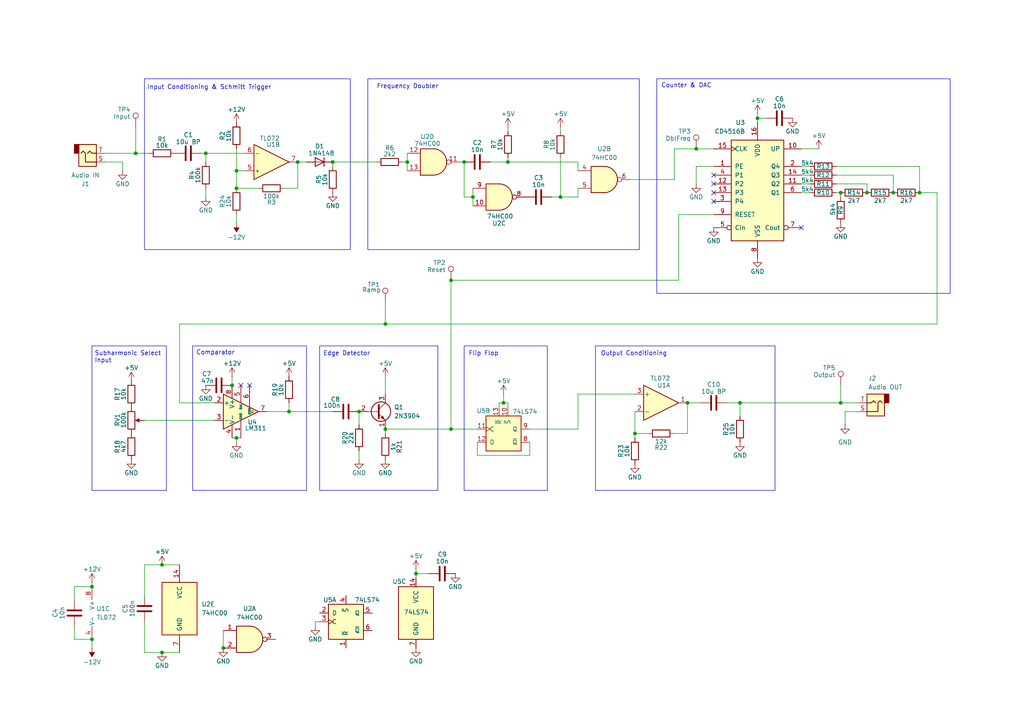
<source format=kicad_sch>
(kicad_sch (version 20250114) (generator "eeschema") (generator_version "9.0")
  (paper "A4")
  (title_block (title "Subharmolizer Schematic") (date "2025-09-20") (rev "1") (company "molen, inc."))
  (lib_symbols
    (symbol "74LS74_1" (pin_names (offset 1.016))
      (property "Reference" "U5" (at -6.604 6.35 0))
      (property "Value" "74LS74" (at 2.54 6.35 0))
      (symbol "74LS74_1_1_0"
        (pin input line (at -7.62 2.54 0) (length 2.54) (name "D") (number "2"))
        (pin input clock (at -7.62 0 0) (length 2.54) (name "C") (number "3"))
        (pin input line (at 0 7.62 270) (length 2.54) (name "~{S}") (number "4"))
        (pin input line (at 0 -7.62 90) (length 2.54) (name "~{R}") (number "1"))
        (pin output line (at 7.62 2.54 180) (length 2.54) (name "Q") (number "5"))
        (pin output line (at 7.62 -2.54 180) (length 2.54) (name "~{Q}") (number "6"))
      )
      (symbol "74LS74_1_1_1"
        (rectangle (start -5.08 5.08) (end 5.08 -5.08) (stroke (width 0.254)) (fill (type background)))
      )
      (symbol "74LS74_1_2_0"
        (pin input clock (at -7.62 1.27 0) (length 2.54) (name "C") (number "11"))
        (pin input line (at -7.62 -2.54 0) (length 2.54) (name "D") (number "12"))
        (pin input line (at -1.27 7.62 270) (length 2.54) (name "~{R}") (number "13"))
        (pin input line (at 1.27 7.62 270) (length 2.54) (name "~{S}") (number "10"))
        (pin output line (at 7.62 1.27 180) (length 2.54) (name "Q") (number "9"))
        (pin output line (at 7.62 -2.54 180) (length 2.54) (name "~{Q}") (number "8"))
      )
      (symbol "74LS74_1_2_1"
        (rectangle (start -5.08 5.08) (end 5.08 -5.08) (stroke (width 0.254)) (fill (type background)))
      )
      (symbol "74LS74_1_3_0"
        (pin power_in line (at 0 10.16 270) (length 2.54) (name "VCC") (number "14"))
        (pin power_in line (at 0 -10.16 90) (length 2.54) (name "GND") (number "7"))
      )
      (symbol "74LS74_1_3_1"
        (rectangle (start -5.08 7.62) (end 5.08 -7.62) (stroke (width 0.254)) (fill (type background)))
      )
    )
    (symbol "74LS74_2" (pin_names (offset 1.016))
      (property "Reference" "U5" (at -6.604 6.35 0))
      (property "Value" "74LS74" (at 2.54 6.35 0))
      (symbol "74LS74_2_1_0"
        (pin input line (at -7.62 2.54 0) (length 2.54) (name "D") (number "2"))
        (pin input clock (at -7.62 0 0) (length 2.54) (name "C") (number "3"))
        (pin input line (at 0 7.62 270) (length 2.54) (name "~{S}") (number "4"))
        (pin input line (at 0 -7.62 90) (length 2.54) (name "~{R}") (number "1"))
        (pin output line (at 7.62 2.54 180) (length 2.54) (name "Q") (number "5"))
        (pin output line (at 7.62 -2.54 180) (length 2.54) (name "~{Q}") (number "6"))
      )
      (symbol "74LS74_2_1_1"
        (rectangle (start -5.08 5.08) (end 5.08 -5.08) (stroke (width 0.254)) (fill (type background)))
      )
      (symbol "74LS74_2_2_0"
        (pin input clock (at -7.62 1.27 0) (length 2.54) (name "C") (number "11"))
        (pin input line (at -7.62 -2.54 0) (length 2.54) (name "D") (number "12"))
        (pin input line (at -1.27 7.62 270) (length 2.54) (name "~{R}") (number "13"))
        (pin input line (at 1.27 7.62 270) (length 2.54) (name "~{S}") (number "10"))
        (pin output line (at 7.62 1.27 180) (length 2.54) (name "Q") (number "9"))
        (pin output line (at 7.62 -2.54 180) (length 2.54) (name "~{Q}") (number "8"))
      )
      (symbol "74LS74_2_2_1"
        (rectangle (start -5.08 5.08) (end 5.08 -5.08) (stroke (width 0.254)) (fill (type background)))
      )
      (symbol "74LS74_2_3_0"
        (pin power_in line (at 0 10.16 270) (length 2.54) (name "VCC") (number "14"))
        (pin power_in line (at 0 -10.16 90) (length 2.54) (name "GND") (number "7"))
      )
      (symbol "74LS74_2_3_1"
        (rectangle (start -5.08 7.62) (end 5.08 -7.62) (stroke (width 0.254)) (fill (type background)))
      )
    )
    (symbol "74xx:74HC00" (pin_names (offset 1.016))
      (property "Reference" "U" (at 0 1.27 0))
      (property "Value" "74HC00" (at 0 -1.27 0))
      (symbol "74HC00_1_1"
        (arc (start 0 3.81) (mid 3.7934 0) (end 0 -3.81) (stroke (width 0.254)) (fill (type background)))
        (polyline (pts (xy 0 3.81) (xy -3.81 3.81) (xy -3.81 -3.81) (xy 0 -3.81)) (stroke (width 0.254)) (fill (type background)))
        (pin input line (at -7.62 2.54 0) (length 3.81) (name "~") (number "1"))
        (pin input line (at -7.62 -2.54 0) (length 3.81) (name "~") (number "2"))
        (pin output inverted (at 7.62 0 180) (length 3.81) (name "~") (number "3"))
      )
      (symbol "74HC00_1_2"
        (arc (start -3.81 3.81) (mid -2.589 0) (end -3.81 -3.81) (stroke (width 0.254)))
        (polyline (pts (xy -3.81 3.81) (xy -0.635 3.81)) (stroke (width 0.254)) (fill (type background)))
        (polyline (pts (xy -3.81 -3.81) (xy -0.635 -3.81)) (stroke (width 0.254)) (fill (type background)))
        (arc (start 3.81 0) (mid 2.1855 -2.584) (end -0.6096 -3.81) (stroke (width 0.254)) (fill (type background)))
        (arc (start -0.6096 3.81) (mid 2.1928 2.5924) (end 3.81 0) (stroke (width 0.254)) (fill (type background)))
        (polyline (pts (xy -0.635 3.81) (xy -3.81 3.81) (xy -3.81 3.81) (xy -3.556 3.4036) (xy -3.0226 2.2606) (xy -2.6924 1.0414) (xy -2.6162 -0.254) (xy -2.7686 -1.4986) (xy -3.175 -2.7178) (xy -3.81 -3.81) (xy -3.81 -3.81) (xy -0.635 -3.81)) (stroke (width -25.4)) (fill (type background)))
        (pin input inverted (at -7.62 2.54 0) (length 4.318) (name "~") (number "1"))
        (pin input inverted (at -7.62 -2.54 0) (length 4.318) (name "~") (number "2"))
        (pin output line (at 7.62 0 180) (length 3.81) (name "~") (number "3"))
      )
      (symbol "74HC00_2_1"
        (arc (start 0 3.81) (mid 3.7934 0) (end 0 -3.81) (stroke (width 0.254)) (fill (type background)))
        (polyline (pts (xy 0 3.81) (xy -3.81 3.81) (xy -3.81 -3.81) (xy 0 -3.81)) (stroke (width 0.254)) (fill (type background)))
        (pin input line (at -7.62 2.54 0) (length 3.81) (name "~") (number "4"))
        (pin input line (at -7.62 -2.54 0) (length 3.81) (name "~") (number "5"))
        (pin output inverted (at 7.62 0 180) (length 3.81) (name "~") (number "6"))
      )
      (symbol "74HC00_2_2"
        (arc (start -3.81 3.81) (mid -2.589 0) (end -3.81 -3.81) (stroke (width 0.254)))
        (polyline (pts (xy -3.81 3.81) (xy -0.635 3.81)) (stroke (width 0.254)) (fill (type background)))
        (polyline (pts (xy -3.81 -3.81) (xy -0.635 -3.81)) (stroke (width 0.254)) (fill (type background)))
        (arc (start 3.81 0) (mid 2.1855 -2.584) (end -0.6096 -3.81) (stroke (width 0.254)) (fill (type background)))
        (arc (start -0.6096 3.81) (mid 2.1928 2.5924) (end 3.81 0) (stroke (width 0.254)) (fill (type background)))
        (polyline (pts (xy -0.635 3.81) (xy -3.81 3.81) (xy -3.81 3.81) (xy -3.556 3.4036) (xy -3.0226 2.2606) (xy -2.6924 1.0414) (xy -2.6162 -0.254) (xy -2.7686 -1.4986) (xy -3.175 -2.7178) (xy -3.81 -3.81) (xy -3.81 -3.81) (xy -0.635 -3.81)) (stroke (width -25.4)) (fill (type background)))
        (pin input inverted (at -7.62 2.54 0) (length 4.318) (name "~") (number "4"))
        (pin input inverted (at -7.62 -2.54 0) (length 4.318) (name "~") (number "5"))
        (pin output line (at 7.62 0 180) (length 3.81) (name "~") (number "6"))
      )
      (symbol "74HC00_3_1"
        (arc (start 0 3.81) (mid 3.7934 0) (end 0 -3.81) (stroke (width 0.254)) (fill (type background)))
        (polyline (pts (xy 0 3.81) (xy -3.81 3.81) (xy -3.81 -3.81) (xy 0 -3.81)) (stroke (width 0.254)) (fill (type background)))
        (pin input line (at -7.62 2.54 0) (length 3.81) (name "~") (number "9"))
        (pin input line (at -7.62 -2.54 0) (length 3.81) (name "~") (number "10"))
        (pin output inverted (at 7.62 0 180) (length 3.81) (name "~") (number "8"))
      )
      (symbol "74HC00_3_2"
        (arc (start -3.81 3.81) (mid -2.589 0) (end -3.81 -3.81) (stroke (width 0.254)))
        (polyline (pts (xy -3.81 3.81) (xy -0.635 3.81)) (stroke (width 0.254)) (fill (type background)))
        (polyline (pts (xy -3.81 -3.81) (xy -0.635 -3.81)) (stroke (width 0.254)) (fill (type background)))
        (arc (start 3.81 0) (mid 2.1855 -2.584) (end -0.6096 -3.81) (stroke (width 0.254)) (fill (type background)))
        (arc (start -0.6096 3.81) (mid 2.1928 2.5924) (end 3.81 0) (stroke (width 0.254)) (fill (type background)))
        (polyline (pts (xy -0.635 3.81) (xy -3.81 3.81) (xy -3.81 3.81) (xy -3.556 3.4036) (xy -3.0226 2.2606) (xy -2.6924 1.0414) (xy -2.6162 -0.254) (xy -2.7686 -1.4986) (xy -3.175 -2.7178) (xy -3.81 -3.81) (xy -3.81 -3.81) (xy -0.635 -3.81)) (stroke (width -25.4)) (fill (type background)))
        (pin input inverted (at -7.62 2.54 0) (length 4.318) (name "~") (number "9"))
        (pin input inverted (at -7.62 -2.54 0) (length 4.318) (name "~") (number "10"))
        (pin output line (at 7.62 0 180) (length 3.81) (name "~") (number "8"))
      )
      (symbol "74HC00_4_1"
        (arc (start 0 3.81) (mid 3.7934 0) (end 0 -3.81) (stroke (width 0.254)) (fill (type background)))
        (polyline (pts (xy 0 3.81) (xy -3.81 3.81) (xy -3.81 -3.81) (xy 0 -3.81)) (stroke (width 0.254)) (fill (type background)))
        (pin input line (at -7.62 2.54 0) (length 3.81) (name "~") (number "12"))
        (pin input line (at -7.62 -2.54 0) (length 3.81) (name "~") (number "13"))
        (pin output inverted (at 7.62 0 180) (length 3.81) (name "~") (number "11"))
      )
      (symbol "74HC00_4_2"
        (arc (start -3.81 3.81) (mid -2.589 0) (end -3.81 -3.81) (stroke (width 0.254)))
        (polyline (pts (xy -3.81 3.81) (xy -0.635 3.81)) (stroke (width 0.254)) (fill (type background)))
        (polyline (pts (xy -3.81 -3.81) (xy -0.635 -3.81)) (stroke (width 0.254)) (fill (type background)))
        (arc (start 3.81 0) (mid 2.1855 -2.584) (end -0.6096 -3.81) (stroke (width 0.254)) (fill (type background)))
        (arc (start -0.6096 3.81) (mid 2.1928 2.5924) (end 3.81 0) (stroke (width 0.254)) (fill (type background)))
        (polyline (pts (xy -0.635 3.81) (xy -3.81 3.81) (xy -3.81 3.81) (xy -3.556 3.4036) (xy -3.0226 2.2606) (xy -2.6924 1.0414) (xy -2.6162 -0.254) (xy -2.7686 -1.4986) (xy -3.175 -2.7178) (xy -3.81 -3.81) (xy -3.81 -3.81) (xy -0.635 -3.81)) (stroke (width -25.4)) (fill (type background)))
        (pin input inverted (at -7.62 2.54 0) (length 4.318) (name "~") (number "12"))
        (pin input inverted (at -7.62 -2.54 0) (length 4.318) (name "~") (number "13"))
        (pin output line (at 7.62 0 180) (length 3.81) (name "~") (number "11"))
      )
      (symbol "74HC00_5_0"
        (pin power_in line (at 0 12.7 270) (length 5.08) (name "VCC") (number "14"))
        (pin power_in line (at 0 -12.7 90) (length 5.08) (name "GND") (number "7"))
      )
      (symbol "74HC00_5_1"
        (rectangle (start -5.08 7.62) (end 5.08 -7.62) (stroke (width 0.254)) (fill (type background)))
      )
    )
    (symbol "74xx:74LS74" (pin_names (offset 1.016))
      (property "Reference" "U5" (at -6.604 6.35 0))
      (property "Value" "74LS74" (at 2.54 6.35 0))
      (symbol "74LS74_1_0"
        (pin input line (at -7.62 2.54 0) (length 2.54) (name "D") (number "2"))
        (pin input clock (at -7.62 0 0) (length 2.54) (name "C") (number "3"))
        (pin input line (at 0 7.62 270) (length 2.54) (name "~{S}") (number "4"))
        (pin input line (at 0 -7.62 90) (length 2.54) (name "~{R}") (number "1"))
        (pin output line (at 7.62 2.54 180) (length 2.54) (name "Q") (number "5"))
        (pin output line (at 7.62 -2.54 180) (length 2.54) (name "~{Q}") (number "6"))
      )
      (symbol "74LS74_1_1"
        (rectangle (start -5.08 5.08) (end 5.08 -5.08) (stroke (width 0.254)) (fill (type background)))
      )
      (symbol "74LS74_2_0"
        (pin input clock (at -7.62 1.27 0) (length 2.54) (name "C") (number "11"))
        (pin input line (at -7.62 -2.54 0) (length 2.54) (name "D") (number "12"))
        (pin input line (at -1.27 7.62 270) (length 2.54) (name "~{R}") (number "13"))
        (pin input line (at 1.27 7.62 270) (length 2.54) (name "~{S}") (number "10"))
        (pin output line (at 7.62 1.27 180) (length 2.54) (name "Q") (number "9"))
        (pin output line (at 7.62 -2.54 180) (length 2.54) (name "~{Q}") (number "8"))
      )
      (symbol "74LS74_2_1"
        (rectangle (start -5.08 5.08) (end 5.08 -5.08) (stroke (width 0.254)) (fill (type background)))
      )
      (symbol "74LS74_3_0"
        (pin power_in line (at 0 10.16 270) (length 2.54) (name "VCC") (number "14"))
        (pin power_in line (at 0 -10.16 90) (length 2.54) (name "GND") (number "7"))
      )
      (symbol "74LS74_3_1"
        (rectangle (start -5.08 7.62) (end 5.08 -7.62) (stroke (width 0.254)) (fill (type background)))
      )
    )
    (symbol "Amplifier_Operational:TL072" (pin_names (offset 0.127))
      (property "Reference" "U" (at 0 5.08 0))
      (property "Value" "TL072" (at 0 -5.08 0))
      (symbol "TL072_1_1"
        (polyline (pts (xy -5.08 5.08) (xy 5.08 0) (xy -5.08 -5.08) (xy -5.08 5.08)) (stroke (width 0.254)) (fill (type background)))
        (pin input line (at -7.62 2.54 0) (length 2.54) (name "+") (number "3"))
        (pin input line (at -7.62 -2.54 0) (length 2.54) (name "-") (number "2"))
        (pin output line (at 7.62 0 180) (length 2.54) (name "~") (number "1"))
      )
      (symbol "TL072_2_1"
        (polyline (pts (xy -5.08 5.08) (xy 5.08 0) (xy -5.08 -5.08) (xy -5.08 5.08)) (stroke (width 0.254)) (fill (type background)))
        (pin input line (at -7.62 2.54 0) (length 2.54) (name "+") (number "5"))
        (pin input line (at -7.62 -2.54 0) (length 2.54) (name "-") (number "6"))
        (pin output line (at 7.62 0 180) (length 2.54) (name "~") (number "7"))
      )
      (symbol "TL072_3_1"
        (pin power_in line (at -2.54 7.62 270) (length 3.81) (name "V+") (number "8"))
        (pin power_in line (at -2.54 -7.62 90) (length 3.81) (name "V-") (number "4"))
      )
    )
    (symbol "Comparator:LM311" (pin_names (offset 0.127))
      (property "Reference" "U" (at 3.81 6.35 0))
      (property "Value" "LM311" (at 3.81 3.81 0))
      (symbol "LM311_0_1"
        (polyline (pts (xy 3.683 -0.381) (xy 3.302 -0.381) (xy 3.683 0) (xy 3.302 0.381) (xy 2.921 0) (xy 3.302 -0.381) (xy 2.921 -0.381)) (stroke (width 0.127)))
        (polyline (pts (xy 5.08 0) (xy -5.08 5.08) (xy -5.08 -5.08) (xy 5.08 0)) (stroke (width 0.254)) (fill (type background)))
      )
      (symbol "LM311_1_1"
        (pin input line (at -7.62 2.54 0) (length 2.54) (name "+") (number "2"))
        (pin input line (at -7.62 -2.54 0) (length 2.54) (name "-") (number "3"))
        (pin power_in line (at -2.54 7.62 270) (length 3.81) (name "V+") (number "8"))
        (pin power_in line (at -2.54 -7.62 90) (length 3.81) (name "V-") (number "4"))
        (pin input line (at 0 7.62 270) (length 5.08) (name "BAL") (number "5"))
        (pin passive line (at 0 -7.62 90) (length 5.08) (name "GND") (number "1"))
        (pin input line (at 2.54 7.62 270) (length 6.35) (name "STRB") (number "6"))
        (pin open_collector line (at 7.62 0 180) (length 2.54) (name "~") (number "7"))
      )
    )
    (symbol "Connector:TestPoint" (pin_numbers (hide yes)) (pin_names (offset 0.762) (hide yes))
      (property "Reference" "TP" (at 0 6.858 0))
      (property "Value" "TestPoint" (at 0 5.08 0))
      (symbol "TestPoint_0_1"
        (circle (center 0 3.302) (radius 0.762))
      )
      (symbol "TestPoint_1_1"
        (pin passive line (at 0 0 90) (length 2.54) (name "1") (number "1"))
      )
    )
    (symbol "Connector_Audio:AudioJack2"
      (property "Reference" "J" (at 0 8.89 0))
      (property "Value" "AudioJack2" (at 0 6.35 0))
      (symbol "AudioJack2_0_1"
        (rectangle (start -3.81 0) (end -2.54 -2.54) (stroke (width 0.254)) (fill (type outline)))
        (rectangle (start -2.54 3.81) (end 2.54 -2.54) (stroke (width 0.254)) (fill (type background)))
        (polyline (pts (xy 0 0) (xy 0.635 -0.635) (xy 1.27 0) (xy 2.54 0)) (stroke (width 0.254)))
        (polyline (pts (xy 2.54 2.54) (xy -0.635 2.54) (xy -0.635 0) (xy -1.27 -0.635) (xy -1.905 0)) (stroke (width 0.254)))
      )
      (symbol "AudioJack2_1_1"
        (pin passive line (at 5.08 2.54 180) (length 2.54) (name "~") (number "S"))
        (pin passive line (at 5.08 0 180) (length 2.54) (name "~") (number "T"))
      )
    )
    (symbol "Device:C" (pin_numbers (hide yes)) (pin_names (offset 0.254))
      (property "Reference" "C" (at 0.635 2.54 0))
      (property "Value" "C" (at 0.635 -2.54 0))
      (symbol "C_0_1"
        (polyline (pts (xy -2.032 0.762) (xy 2.032 0.762)) (stroke (width 0.508)))
        (polyline (pts (xy -2.032 -0.762) (xy 2.032 -0.762)) (stroke (width 0.508)))
      )
      (symbol "C_1_1"
        (pin passive line (at 0 3.81 270) (length 2.794) (name "~") (number "1"))
        (pin passive line (at 0 -3.81 90) (length 2.794) (name "~") (number "2"))
      )
    )
    (symbol "Device:R" (pin_numbers (hide yes)) (pin_names (offset 0))
      (property "Reference" "R" (at 2.032 0 90))
      (property "Value" "R" (at 0 0 90))
      (symbol "R_0_1"
        (rectangle (start -1.016 -2.54) (end 1.016 2.54) (stroke (width 0.254)))
      )
      (symbol "R_1_1"
        (pin passive line (at 0 3.81 270) (length 1.27) (name "~") (number "1"))
        (pin passive line (at 0 -3.81 90) (length 1.27) (name "~") (number "2"))
      )
    )
    (symbol "Device:R_Potentiometer" (pin_numbers (hide yes)) (pin_names (offset 1.016) (hide yes))
      (property "Reference" "RV" (at -4.445 0 90))
      (property "Value" "R_Potentiometer" (at -2.54 0 90))
      (symbol "R_Potentiometer_0_1"
        (rectangle (start 1.016 2.54) (end -1.016 -2.54) (stroke (width 0.254)))
        (polyline (pts (xy 1.143 0) (xy 2.286 0.508) (xy 2.286 -0.508) (xy 1.143 0)) (fill (type outline)))
        (polyline (pts (xy 2.54 0) (xy 1.524 0)))
      )
      (symbol "R_Potentiometer_1_1"
        (pin passive line (at 0 3.81 270) (length 1.27) (name "1") (number "1"))
        (pin passive line (at 0 -3.81 90) (length 1.27) (name "3") (number "3"))
        (pin passive line (at 3.81 0 180) (length 1.27) (name "2") (number "2"))
      )
    )
    (symbol "Diode:1N4148" (pin_numbers (hide yes)) (pin_names (hide yes))
      (property "Reference" "D" (at 0 2.54 0))
      (property "Value" "1N4148" (at 0 -2.54 0))
      (symbol "1N4148_0_1"
        (polyline (pts (xy -1.27 1.27) (xy -1.27 -1.27)) (stroke (width 0.254)))
        (polyline (pts (xy 1.27 1.27) (xy 1.27 -1.27) (xy -1.27 0) (xy 1.27 1.27)) (stroke (width 0.254)))
        (polyline (pts (xy 1.27 0) (xy -1.27 0)))
      )
      (symbol "1N4148_1_1"
        (pin passive line (at -3.81 0 0) (length 2.54) (name "K") (number "1"))
        (pin passive line (at 3.81 0 180) (length 2.54) (name "A") (number "2"))
      )
    )
    (symbol "MolenSymbols:4516" (pin_names (offset 1.016))
      (property "Reference" "U" (at -7.62 16.51 0))
      (property "Value" "CD4516B" (at -7.112 -16.002 0))
      (symbol "4516_1_0"
        (pin input clock (at -12.7 12.7 0) (length 5.08) (name "CLK") (number "15"))
        (pin input line (at -12.7 7.62 0) (length 5.08) (name "PE") (number "1"))
        (pin input line (at -12.7 5.08 0) (length 5.08) (name "P1") (number "4"))
        (pin input line (at -12.7 2.54 0) (length 5.08) (name "P2") (number "12"))
        (pin input line (at -12.7 0 0) (length 5.08) (name "P3") (number "13"))
        (pin input line (at -12.7 -2.54 0) (length 5.08) (name "P4") (number "3"))
        (pin input line (at -12.7 -6.35 0) (length 5.08) (name "RESET") (number "9"))
        (pin input inverted (at -12.7 -10.16 0) (length 5.08) (name "Cin") (number "5"))
        (pin power_in line (at 0 20.32 270) (length 5.08) (name "VDD") (number "16"))
        (pin power_in line (at 0 -19.05 90) (length 5.08) (name "VSS") (number "8"))
        (pin input line (at 12.7 12.7 180) (length 5.08) (name "UP") (number "10"))
        (pin output line (at 12.7 7.62 180) (length 5.08) (name "Q4") (number "2"))
        (pin output line (at 12.7 5.08 180) (length 5.08) (name "Q3") (number "14"))
        (pin output line (at 12.7 2.54 180) (length 5.08) (name "Q2") (number "11"))
        (pin output line (at 12.7 0 180) (length 5.08) (name "Q1") (number "6"))
        (pin output inverted (at 12.7 -10.16 180) (length 5.08) (name "Cout") (number "7"))
      )
      (symbol "4516_1_1"
        (rectangle (start -7.62 15.24) (end 7.62 -13.97) (stroke (width 0.254)) (fill (type background)))
      )
    )
    (symbol "Transistor_BJT:2N3904" (pin_names (offset 0) (hide yes))
      (property "Reference" "Q" (at 5.08 1.905 0))
      (property "Value" "2N3904" (at 5.08 0 0))
      (symbol "2N3904_0_1"
        (polyline (pts (xy -2.54 0) (xy 0.635 0)))
        (polyline (pts (xy 0.635 1.905) (xy 0.635 -1.905)) (stroke (width 0.508)))
        (circle (center 1.27 0) (radius 2.8194) (stroke (width 0.254)))
      )
      (symbol "2N3904_1_1"
        (polyline (pts (xy 0.635 0.635) (xy 2.54 2.54)))
        (polyline (pts (xy 0.635 -0.635) (xy 2.54 -2.54)))
        (polyline (pts (xy 1.27 -1.778) (xy 1.778 -1.27) (xy 2.286 -2.286) (xy 1.27 -1.778)) (fill (type outline)))
        (pin input line (at -5.08 0 0) (length 2.54) (name "B") (number "2"))
        (pin passive line (at 2.54 5.08 270) (length 2.54) (name "C") (number "3"))
        (pin passive line (at 2.54 -5.08 90) (length 2.54) (name "E") (number "1"))
      )
    )
    (symbol "power:+12V" (power) (pin_numbers (hide yes)) (pin_names (offset 0) (hide yes))
      (property "Value" "+12V" (at 0 3.556 0))
      (symbol "+12V_0_1"
        (polyline (pts (xy -0.762 1.27) (xy 0 2.54)))
        (polyline (pts (xy 0 2.54) (xy 0.762 1.27)))
        (polyline (pts (xy 0 0) (xy 0 2.54)))
      )
      (symbol "+12V_1_1"
        (pin power_in line (at 0 0 90) (length 0) (name "~") (number "1"))
      )
    )
    (symbol "power:+5V" (power) (pin_numbers (hide yes)) (pin_names (offset 0) (hide yes))
      (property "Value" "+5V" (at 0 3.556 0))
      (symbol "+5V_0_1"
        (polyline (pts (xy -0.762 1.27) (xy 0 2.54)))
        (polyline (pts (xy 0 2.54) (xy 0.762 1.27)))
        (polyline (pts (xy 0 0) (xy 0 2.54)))
      )
      (symbol "+5V_1_1"
        (pin power_in line (at 0 0 90) (length 0) (name "~") (number "1"))
      )
    )
    (symbol "power:-12V" (power) (pin_numbers (hide yes)) (pin_names (offset 0) (hide yes))
      (property "Value" "-12V" (at 0 3.556 0))
      (symbol "-12V_0_0"
        (pin power_in line (at 0 0 90) (length 0) (name "~") (number "1"))
      )
      (symbol "-12V_0_1"
        (polyline (pts (xy 0 0) (xy 0 1.27) (xy 0.762 1.27) (xy 0 2.54) (xy -0.762 1.27) (xy 0 1.27)) (fill (type outline)))
      )
    )
    (symbol "power:GND" (power) (pin_numbers (hide yes)) (pin_names (offset 0) (hide yes))
      (property "Value" "GND" (at 0 -3.81 0))
      (symbol "GND_0_1"
        (polyline (pts (xy 0 0) (xy 0 -1.27) (xy 1.27 -1.27) (xy 0 -2.54) (xy -1.27 -1.27) (xy 0 -1.27)))
      )
      (symbol "GND_1_1"
        (pin power_in line (at 0 0 270) (length 0) (name "~") (number "1"))
      )
    )
  )
  (rectangle (start 41.91 22.86) (end 101.6 72.39))
  (rectangle (start 92.71 100.33) (end 127 142.24))
  (rectangle (start 106.68 22.86) (end 185.42 72.39))
  (rectangle (start 134.62 100.33) (end 158.75 142.24))
  (rectangle (start 172.72 100.33) (end 224.79 142.24))
  (rectangle (start 26.67 100.33) (end 48.26 142.24))
  (rectangle (start 55.88 100.33) (end 88.9 142.24))
  (rectangle (start 190.5 22.86) (end 275.59 85.09))
  (text "Frequency Doubler" (at 109.22 25.146 0) (effects (font (size 1.27 1.27)) (justify left)))
  (text "Counter & DAC" (at 191.77 24.892 0) (effects (font (size 1.27 1.27)) (justify left)))
  (text "Edge Detector" (at 93.726 102.616 0) (effects (font (size 1.27 1.27)) (justify left)))
  (text "Input Conditioning & Schmitt Trigger" (at 60.706 25.4 0) (effects (font (size 1.27 1.27))))
  (text "Flip Flop" (at 135.89 102.616 0) (effects (font (size 1.27 1.27)) (justify left)))
  (text "Output Conditioning" (at 174.244 102.616 0) (effects (font (size 1.27 1.27)) (justify left)))
  (text "Comparator" (at 56.896 102.362 0) (effects (font (size 1.27 1.27)) (justify left)))
  (text "Subharmonic Select\nInput" (at 27.432 103.632 0) (effects (font (size 1.27 1.27)) (justify left)))
  (junction (at 134.62 46.99))
  (junction (at 243.84 55.88))
  (junction (at 46.99 163.83))
  (junction (at 111.76 124.46))
  (junction (at 130.81 124.46))
  (junction (at 67.31 111.76))
  (junction (at 199.39 116.84))
  (junction (at 111.76 93.98))
  (junction (at 59.69 44.45))
  (junction (at 147.32 46.99))
  (junction (at 162.56 57.15))
  (junction (at 26.67 170.18))
  (junction (at 83.82 119.38))
  (junction (at 130.81 81.28))
  (junction (at 266.7 55.88))
  (junction (at 68.58 127))
  (junction (at 26.67 185.42))
  (junction (at 96.52 46.99))
  (junction (at 259.08 55.88))
  (junction (at 64.77 187.96))
  (junction (at 184.15 125.73))
  (junction (at 120.65 166.37))
  (junction (at 251.46 55.88))
  (junction (at 146.05 116.84))
  (junction (at 118.11 46.99))
  (junction (at 68.58 49.53))
  (junction (at 68.58 54.61))
  (junction (at 201.93 43.18))
  (junction (at 39.37 44.45))
  (junction (at 243.84 116.84))
  (junction (at 137.16 57.15))
  (junction (at 104.14 119.38))
  (junction (at 46.99 189.23))
  (junction (at 214.63 116.84))
  (junction (at 219.71 34.29))
  (junction (at 86.36 46.99))
  (no_connect (at 207.01 58.42))
  (no_connect (at 207.01 50.8))
  (no_connect (at 69.85 111.76))
  (no_connect (at 207.01 53.34))
  (no_connect (at 232.41 66.04))
  (no_connect (at 72.39 111.76))
  (no_connect (at 207.01 55.88))
  (wire (pts (xy 243.84 55.88) (xy 243.84 57.15)))
  (wire (pts (xy 111.76 109.22) (xy 111.76 114.3)))
  (wire (pts (xy 96.52 119.38) (xy 83.82 119.38)))
  (wire (pts (xy 137.16 57.15) (xy 137.16 59.69)))
  (wire (pts (xy 137.16 57.15) (xy 134.62 57.15)))
  (wire (pts (xy 39.37 44.45) (xy 30.48 44.45)))
  (wire (pts (xy 134.62 46.99) (xy 133.35 46.99)))
  (wire (pts (xy 111.76 125.73) (xy 111.76 124.46)))
  (wire (pts (xy 167.64 124.46) (xy 153.67 124.46)))
  (wire (pts (xy 199.39 116.84) (xy 199.39 125.73)))
  (wire (pts (xy 62.23 116.84) (xy 52.07 116.84)))
  (wire (pts (xy 83.82 119.38) (xy 77.47 119.38)))
  (wire (pts (xy 219.71 34.29) (xy 219.71 35.56)))
  (wire (pts (xy 144.78 116.84) (xy 146.05 116.84)))
  (wire (pts (xy 162.56 57.15) (xy 160.02 57.15)))
  (wire (pts (xy 245.11 119.38) (xy 245.11 123.19)))
  (wire (pts (xy 167.64 114.3) (xy 184.15 114.3)))
  (wire (pts (xy 232.41 48.26) (xy 234.95 48.26)))
  (wire (pts (xy 147.32 46.99) (xy 147.32 45.72)))
  (wire (pts (xy 214.63 120.65) (xy 214.63 116.84)))
  (wire (pts (xy 203.2 116.84) (xy 199.39 116.84)))
  (wire (pts (xy 96.52 46.99) (xy 96.52 48.26)))
  (wire (pts (xy 59.69 54.61) (xy 59.69 57.15)))
  (wire (pts (xy 167.64 46.99) (xy 167.64 49.53)))
  (wire (pts (xy 130.81 81.28) (xy 130.81 124.46)))
  (wire (pts (xy 234.95 55.88) (xy 232.41 55.88)))
  (wire (pts (xy 30.48 46.99) (xy 35.56 46.99)))
  (wire (pts (xy 142.24 46.99) (xy 147.32 46.99)))
  (wire (pts (xy 88.9 46.99) (xy 86.36 46.99)))
  (wire (pts (xy 187.96 125.73) (xy 184.15 125.73)))
  (wire (pts (xy 41.91 172.72) (xy 41.91 163.83)))
  (wire (pts (xy 162.56 45.72) (xy 162.56 57.15)))
  (wire (pts (xy 111.76 93.98) (xy 111.76 87.63)))
  (wire (pts (xy 259.08 50.8) (xy 259.08 55.88)))
  (wire (pts (xy 232.41 43.18) (xy 237.49 43.18)))
  (wire (pts (xy 184.15 125.73) (xy 184.15 119.38)))
  (wire (pts (xy 207.01 48.26) (xy 201.93 48.26)))
  (wire (pts (xy 68.58 49.53) (xy 71.12 49.53)))
  (wire (pts (xy 41.91 163.83) (xy 46.99 163.83)))
  (wire (pts (xy 68.58 62.23) (xy 68.58 64.77)))
  (wire (pts (xy 146.05 114.3) (xy 146.05 116.84)))
  (wire (pts (xy 199.39 125.73) (xy 195.58 125.73)))
  (wire (pts (xy 68.58 127) (xy 69.85 127)))
  (wire (pts (xy 201.93 43.18) (xy 207.01 43.18)))
  (wire (pts (xy 116.84 46.99) (xy 118.11 46.99)))
  (wire (pts (xy 67.31 109.22) (xy 67.31 111.76)))
  (wire (pts (xy 245.11 119.38) (xy 248.92 119.38)))
  (wire (pts (xy 71.12 44.45) (xy 59.69 44.45)))
  (wire (pts (xy 111.76 124.46) (xy 130.81 124.46)))
  (wire (pts (xy 21.59 185.42) (xy 26.67 185.42)))
  (wire (pts (xy 137.16 54.61) (xy 137.16 57.15)))
  (wire (pts (xy 196.85 81.28) (xy 130.81 81.28)))
  (wire (pts (xy 41.91 189.23) (xy 46.99 189.23)))
  (wire (pts (xy 41.91 180.34) (xy 41.91 189.23)))
  (wire (pts (xy 147.32 36.83) (xy 147.32 38.1)))
  (wire (pts (xy 92.71 180.34) (xy 91.44 180.34)))
  (wire (pts (xy 167.64 114.3) (xy 167.64 124.46)))
  (wire (pts (xy 120.65 166.37) (xy 124.46 166.37)))
  (wire (pts (xy 251.46 53.34) (xy 251.46 55.88)))
  (wire (pts (xy 21.59 173.99) (xy 21.59 170.18)))
  (wire (pts (xy 91.44 180.34) (xy 91.44 181.61)))
  (wire (pts (xy 39.37 36.83) (xy 39.37 44.45)))
  (wire (pts (xy 153.67 128.27) (xy 153.67 132.08)))
  (wire (pts (xy 26.67 168.91) (xy 26.67 170.18)))
  (wire (pts (xy 195.58 52.07) (xy 182.88 52.07)))
  (wire (pts (xy 59.69 44.45) (xy 58.42 44.45)))
  (wire (pts (xy 82.55 54.61) (xy 86.36 54.61)))
  (wire (pts (xy 68.58 128.27) (xy 68.58 127)))
  (wire (pts (xy 147.32 118.11) (xy 147.32 116.84)))
  (wire (pts (xy 242.57 55.88) (xy 243.84 55.88)))
  (wire (pts (xy 134.62 57.15) (xy 134.62 46.99)))
  (wire (pts (xy 144.78 118.11) (xy 144.78 116.84)))
  (wire (pts (xy 120.65 165.1) (xy 120.65 166.37)))
  (wire (pts (xy 68.58 49.53) (xy 68.58 54.61)))
  (wire (pts (xy 68.58 54.61) (xy 74.93 54.61)))
  (wire (pts (xy 196.85 62.23) (xy 196.85 81.28)))
  (wire (pts (xy 147.32 116.84) (xy 146.05 116.84)))
  (wire (pts (xy 201.93 48.26) (xy 201.93 53.34)))
  (wire (pts (xy 26.67 187.96) (xy 26.67 185.42)))
  (wire (pts (xy 242.57 48.26) (xy 266.7 48.26)))
  (wire (pts (xy 219.71 34.29) (xy 222.25 34.29)))
  (wire (pts (xy 147.32 46.99) (xy 167.64 46.99)))
  (wire (pts (xy 86.36 54.61) (xy 86.36 46.99)))
  (wire (pts (xy 167.64 57.15) (xy 167.64 54.61)))
  (wire (pts (xy 52.07 189.23) (xy 46.99 189.23)))
  (wire (pts (xy 219.71 33.02) (xy 219.71 34.29)))
  (wire (pts (xy 232.41 50.8) (xy 234.95 50.8)))
  (wire (pts (xy 35.56 46.99) (xy 35.56 49.53)))
  (wire (pts (xy 184.15 127) (xy 184.15 125.73)))
  (wire (pts (xy 214.63 116.84) (xy 210.82 116.84)))
  (wire (pts (xy 43.18 44.45) (xy 39.37 44.45)))
  (wire (pts (xy 52.07 93.98) (xy 111.76 93.98)))
  (wire (pts (xy 266.7 48.26) (xy 266.7 55.88)))
  (wire (pts (xy 232.41 53.34) (xy 234.95 53.34)))
  (wire (pts (xy 162.56 57.15) (xy 167.64 57.15)))
  (wire (pts (xy 271.78 55.88) (xy 266.7 55.88)))
  (wire (pts (xy 271.78 93.98) (xy 271.78 55.88)))
  (wire (pts (xy 195.58 43.18) (xy 195.58 52.07)))
  (wire (pts (xy 111.76 93.98) (xy 271.78 93.98)))
  (wire (pts (xy 68.58 127) (xy 67.31 127)))
  (wire (pts (xy 21.59 170.18) (xy 26.67 170.18)))
  (wire (pts (xy 52.07 93.98) (xy 52.07 116.84)))
  (wire (pts (xy 138.43 132.08) (xy 138.43 128.27)))
  (wire (pts (xy 195.58 43.18) (xy 201.93 43.18)))
  (wire (pts (xy 243.84 116.84) (xy 248.92 116.84)))
  (wire (pts (xy 243.84 111.76) (xy 243.84 116.84)))
  (wire (pts (xy 104.14 119.38) (xy 104.14 123.19)))
  (wire (pts (xy 207.01 62.23) (xy 196.85 62.23)))
  (wire (pts (xy 214.63 116.84) (xy 243.84 116.84)))
  (wire (pts (xy 118.11 44.45) (xy 118.11 46.99)))
  (wire (pts (xy 162.56 36.83) (xy 162.56 38.1)))
  (wire (pts (xy 118.11 46.99) (xy 118.11 49.53)))
  (wire (pts (xy 96.52 46.99) (xy 109.22 46.99)))
  (wire (pts (xy 153.67 132.08) (xy 138.43 132.08)))
  (wire (pts (xy 52.07 163.83) (xy 46.99 163.83)))
  (wire (pts (xy 120.65 166.37) (xy 120.65 167.64)))
  (wire (pts (xy 41.91 121.92) (xy 62.23 121.92)))
  (wire (pts (xy 130.81 124.46) (xy 138.43 124.46)))
  (wire (pts (xy 68.58 43.18) (xy 68.58 49.53)))
  (wire (pts (xy 64.77 182.88) (xy 64.77 187.96)))
  (wire (pts (xy 104.14 130.81) (xy 104.14 133.35)))
  (wire (pts (xy 59.69 44.45) (xy 59.69 46.99)))
  (wire (pts (xy 242.57 50.8) (xy 259.08 50.8)))
  (wire (pts (xy 83.82 116.84) (xy 83.82 119.38)))
  (wire (pts (xy 21.59 181.61) (xy 21.59 185.42)))
  (wire (pts (xy 242.57 53.34) (xy 251.46 53.34)))
  (symbol (lib_name "74LS74_2") (lib_id "74xx:74LS74") (at 100.33 180.34 0) (unit 1)
    (property "Reference" "U5" (at 93.726 173.99 0) (effects (justify left)))
    (property "Value" "74LS74" (at 102.87 173.99 0) (effects (justify left)))
    (property "Datasheet" "74xx/74hc_hct74.pdf" (effects (hide yes)))
    (property "Description" "Dual D Flip-flop, Set & Reset" (effects (hide yes)))
  )
  (symbol (lib_id "power:GND") (at 38.1 133.35 0) (unit 1)
    (property "Reference" "#PWR021" (effects (hide yes)))
    (property "Value" "GND" (at 38.1 137.16 0))
    (property "Description" "Power symbol creates a global label with name \"GND\" , ground" (effects (hide yes)))
  )
  (symbol (lib_id "Device:C") (at 54.61 44.45 90) (unit 1)
    (property "Reference" "C1" (at 54.61 39.116 90))
    (property "Value" "10u BP" (at 54.61 41.148 90))
    (property "Description" "Unpolarized capacitor" (effects (hide yes)))
  )
  (symbol (lib_id "Device:R") (at 243.84 60.96 0) (unit 1)
    (property "Reference" "R9" (at 243.84 60.96 90))
    (property "Value" "5k4" (at 241.554 60.706 90))
    (property "Description" "Resistor" (effects (hide yes)))
  )
  (symbol (lib_id "Device:R_Potentiometer") (at 38.1 121.92 0) (unit 1)
    (property "Reference" "RV1" (at 34.036 119.888 90) (effects (justify right)))
    (property "Value" "100k" (at 35.814 119.38 90) (effects (justify right)))
    (property "Description" "Linear Potentiometer" (effects (hide yes)))
  )
  (symbol (lib_id "power:+12V") (at 26.67 168.91 0) (unit 1)
    (property "Reference" "#PWR06" (effects (hide yes)))
    (property "Value" "+12V" (at 26.67 165.1 0))
    (property "Description" "Power symbol creates a global label with name \"+12V\"" (effects (hide yes)))
  )
  (symbol (lib_id "Device:R") (at 238.76 53.34 270) (unit 1)
    (property "Reference" "R11" (at 238.76 53.34 90))
    (property "Value" "5k4" (at 234.188 52.324 90))
    (property "Description" "Resistor" (effects (hide yes)))
  )
  (symbol (lib_id "Device:R") (at 38.1 129.54 180) (unit 1)
    (property "Reference" "R18" (at 34.036 129.54 90))
    (property "Value" "4k7" (at 35.814 129.54 90))
    (property "Description" "Resistor" (effects (hide yes)))
  )
  (symbol (lib_id "power:GND") (at 245.11 123.19 0) (unit 1)
    (property "Reference" "#PWR02" (effects (hide yes)))
    (property "Value" "GND" (at 245.11 128.27 0))
    (property "Description" "Power symbol creates a global label with name \"GND\" , ground" (effects (hide yes)))
  )
  (symbol (lib_id "Amplifier_Operational:TL072") (at 191.77 116.84 0) (unit 1)
    (property "Reference" "U1" (at 192.532 111.76 0))
    (property "Value" "TL072" (at 191.516 109.728 0))
    (property "Datasheet" "http://www.ti.com/lit/ds/symlink/tl071.pdf" (effects (hide yes)))
    (property "Description" "Dual Low-Noise JFET-Input Operational Amplifiers, DIP-8/SOIC-8" (effects (hide yes)))
  )
  (symbol (lib_id "power:+5V") (at 147.32 36.83 0) (unit 1)
    (property "Reference" "#PWR011" (effects (hide yes)))
    (property "Value" "+5V" (at 147.32 33.02 0))
    (property "Description" "Power symbol creates a global label with name \"+5V\"" (effects (hide yes)))
  )
  (symbol (lib_id "Transistor_BJT:2N3904") (at 109.22 119.38 0) (unit 1)
    (property "Reference" "Q1" (at 114.3 118.1099 0) (effects (justify left)))
    (property "Value" "2N3904" (at 114.3 120.6499 0) (effects (justify left)))
    (property "Footprint" "Package_TO_SOT_THT:TO-92_Inline" (effects (hide yes)))
    (property "Datasheet" "https://www.onsemi.com/pub/Collateral/2N3903-D.PDF" (effects (hide yes)))
    (property "Description" "0.2A Ic, 40V Vce, Small Signal NPN Transistor, TO-92" (effects (hide yes)))
  )
  (symbol (lib_id "Connector:TestPoint") (at 243.84 111.76 0) (unit 1)
    (property "Reference" "TP5" (at 242.316 106.68 0) (effects (justify right)))
    (property "Value" "Output" (at 242.316 108.712 0) (effects (justify right)))
    (property "Description" "test point" (effects (hide yes)))
  )
  (symbol (lib_id "power:+5V") (at 146.05 114.3 0) (unit 1)
    (property "Reference" "#PWR029" (effects (hide yes)))
    (property "Value" "+5V" (at 146.05 110.49 0))
    (property "Description" "Power symbol creates a global label with name \"+5V\"" (effects (hide yes)))
  )
  (symbol (lib_id "Device:C") (at 63.5 111.76 270) (mirror x) (unit 1)
    (property "Reference" "C7" (at 59.944 108.458 90))
    (property "Value" "47n" (at 60.198 110.49 90))
    (property "Description" "Unpolarized capacitor" (effects (hide yes)))
  )
  (symbol (lib_id "Connector:TestPoint") (at 201.93 43.18 0) (unit 1)
    (property "Reference" "TP3" (at 200.406 38.1 0) (effects (justify right)))
    (property "Value" "DblFreq" (at 200.406 40.132 0) (effects (justify right)))
    (property "Description" "test point" (effects (hide yes)))
  )
  (symbol (lib_id "Device:R") (at 247.65 55.88 270) (unit 1)
    (property "Reference" "R14" (at 247.65 55.88 90))
    (property "Value" "2k7" (at 247.65 58.166 90))
    (property "Description" "Resistor" (effects (hide yes)))
  )
  (symbol (lib_id "Device:R") (at 68.58 58.42 180) (unit 1)
    (property "Reference" "R24" (at 64.516 58.42 90))
    (property "Value" "10k" (at 66.294 58.42 90))
    (property "Description" "Resistor" (effects (hide yes)))
  )
  (symbol (lib_id "Device:R") (at 113.03 46.99 90) (unit 1)
    (property "Reference" "R6" (at 113.03 42.926 90))
    (property "Value" "2k2" (at 113.03 44.704 90))
    (property "Description" "Resistor" (effects (hide yes)))
  )
  (symbol (lib_id "power:GND") (at 91.44 181.61 0) (unit 1)
    (property "Reference" "#PWR030" (effects (hide yes)))
    (property "Value" "GND" (at 91.44 185.42 0))
    (property "Description" "Power symbol creates a global label with name \"GND\" , ground" (effects (hide yes)))
  )
  (symbol (lib_id "Device:C") (at 100.33 119.38 270) (mirror x) (unit 1)
    (property "Reference" "C8" (at 97.282 115.824 90))
    (property "Value" "100n" (at 96.266 117.602 90))
    (property "Description" "Unpolarized capacitor" (effects (hide yes)))
  )
  (symbol (lib_id "power:GND") (at 64.77 187.96 0) (unit 1)
    (property "Reference" "#PWR010" (effects (hide yes)))
    (property "Value" "GND" (at 64.77 191.77 0))
    (property "Description" "Power symbol creates a global label with name \"GND\" , ground" (effects (hide yes)))
  )
  (symbol (lib_id "Device:C") (at 21.59 177.8 180) (unit 1)
    (property "Reference" "C4" (at 16.002 177.8 90))
    (property "Value" "10n" (at 18.034 177.8 90))
    (property "Description" "Unpolarized capacitor" (effects (hide yes)))
  )
  (symbol (lib_id "power:GND") (at 46.99 189.23 0) (unit 1)
    (property "Reference" "#PWR08" (effects (hide yes)))
    (property "Value" "GND" (at 46.99 193.04 0))
    (property "Description" "Power symbol creates a global label with name \"GND\" , ground" (effects (hide yes)))
  )
  (symbol (lib_id "Device:R") (at 214.63 124.46 180) (unit 1)
    (property "Reference" "R25" (at 210.566 124.46 90))
    (property "Value" "10k" (at 212.344 124.46 90))
    (property "Description" "Resistor" (effects (hide yes)))
  )
  (symbol (lib_id "Device:R") (at 96.52 52.07 180) (unit 1)
    (property "Reference" "R5" (at 92.456 52.07 90))
    (property "Value" "10k" (at 94.234 52.07 90))
    (property "Description" "Resistor" (effects (hide yes)))
  )
  (symbol (lib_id "Device:R") (at 184.15 130.81 180) (unit 1)
    (property "Reference" "R23" (at 180.086 130.81 90))
    (property "Value" "10k" (at 181.864 130.81 90))
    (property "Description" "Resistor" (effects (hide yes)))
  )
  (symbol (lib_id "74xx:74HC00") (at 52.07 176.53 0) (unit 5)
    (property "Reference" "U2" (at 58.42 175.2599 0) (effects (justify left)))
    (property "Value" "74HC00" (at 58.42 177.7999 0) (effects (justify left)))
    (property "Datasheet" "http://www.ti.com/lit/gpn/sn74hc00" (effects (hide yes)))
    (property "Description" "quad 2-input NAND gate" (effects (hide yes)))
  )
  (symbol (lib_id "Device:C") (at 41.91 176.53 180) (unit 1)
    (property "Reference" "C5" (at 36.322 176.53 90))
    (property "Value" "100n" (at 38.354 176.53 90))
    (property "Description" "Unpolarized capacitor" (effects (hide yes)))
  )
  (symbol (lib_id "power:GND") (at 111.76 133.35 0) (unit 1)
    (property "Reference" "#PWR028" (effects (hide yes)))
    (property "Value" "GND" (at 111.76 137.16 0))
    (property "Description" "Power symbol creates a global label with name \"GND\" , ground" (effects (hide yes)))
  )
  (symbol (lib_id "power:GND") (at 229.87 34.29 0) (unit 1)
    (property "Reference" "#PWR016" (effects (hide yes)))
    (property "Value" "GND" (at 229.87 38.1 0))
    (property "Description" "Power symbol creates a global label with name \"GND\" , ground" (effects (hide yes)))
  )
  (symbol (lib_id "power:GND") (at 201.93 53.34 0) (unit 1)
    (property "Reference" "#PWR013" (effects (hide yes)))
    (property "Value" "GND" (at 201.93 57.15 0))
    (property "Description" "Power symbol creates a global label with name \"GND\" , ground" (effects (hide yes)))
  )
  (symbol (lib_id "Device:R") (at 238.76 55.88 270) (unit 1)
    (property "Reference" "R10" (at 238.76 55.88 90))
    (property "Value" "5k4" (at 234.188 54.864 90))
    (property "Description" "Resistor" (effects (hide yes)))
  )
  (symbol (lib_id "Device:R") (at 46.99 44.45 90) (unit 1)
    (property "Reference" "R1" (at 46.99 40.386 90))
    (property "Value" "10k" (at 46.99 42.164 90))
    (property "Description" "Resistor" (effects (hide yes)))
  )
  (symbol (lib_id "74xx:74LS74") (at 146.05 125.73 0) (unit 2)
    (property "Reference" "U5" (at 142.24 119.126 0) (effects (justify right)))
    (property "Value" "74LS74" (at 148.59 119.38 0) (effects (justify left)))
    (property "Datasheet" "74xx/74hc_hct74.pdf" (effects (hide yes)))
    (property "Description" "Dual D Flip-flop, Set & Reset" (effects (hide yes)))
  )
  (symbol (lib_id "power:+5V") (at 83.82 109.22 0) (unit 1)
    (property "Reference" "#PWR025" (effects (hide yes)))
    (property "Value" "+5V" (at 83.82 105.41 0))
    (property "Description" "Power symbol creates a global label with name \"+5V\"" (effects (hide yes)))
  )
  (symbol (lib_id "power:GND") (at 96.52 55.88 0) (unit 1)
    (property "Reference" "#PWR05" (effects (hide yes)))
    (property "Value" "GND" (at 96.52 59.69 0))
    (property "Description" "Power symbol creates a global label with name \"GND\" , ground" (effects (hide yes)))
  )
  (symbol (lib_id "power:GND") (at 68.58 128.27 0) (unit 1)
    (property "Reference" "#PWR023" (effects (hide yes)))
    (property "Value" "GND" (at 68.58 132.08 0))
    (property "Description" "Power symbol creates a global label with name \"GND\" , ground" (effects (hide yes)))
  )
  (symbol (lib_id "Diode:1N4148") (at 92.71 46.99 0) (mirror y) (unit 1)
    (property "Reference" "D1" (at 92.71 42.418 0))
    (property "Value" "1N4148" (at 93.218 44.45 0))
    (property "Footprint" "Diode_THT:D_DO-35_SOD27_P7.62mm_Horizontal" (effects (hide yes)))
    (property "Datasheet" "https://assets.nexperia.com/documents/data-sheet/1N4148_1N4448.pdf" (effects (hide yes)))
    (property "Description" "100V 0.15A standard switching diode, DO-35" (effects (hide yes)))
    (property "Sim.Device" "D" (effects (hide yes)))
    (property "Sim.Pins" "1=K 2=A" (effects (hide yes)))
  )
  (symbol (lib_name "74LS74_1") (lib_id "74xx:74LS74") (at 120.65 177.8 0) (unit 3)
    (property "Reference" "U5" (at 113.792 168.656 0) (effects (justify left)))
    (property "Value" "74LS74" (at 117.094 177.546 0) (effects (justify left)))
    (property "Datasheet" "74xx/74hc_hct74.pdf" (effects (hide yes)))
    (property "Description" "Dual D Flip-flop, Set & Reset" (effects (hide yes)))
  )
  (symbol (lib_id "Device:C") (at 156.21 57.15 90) (unit 1)
    (property "Reference" "C3" (at 156.21 51.562 90))
    (property "Value" "10n" (at 156.21 53.594 90))
    (property "Description" "Unpolarized capacitor" (effects (hide yes)))
  )
  (symbol (lib_id "power:GND") (at 120.65 187.96 0) (unit 1)
    (property "Reference" "#PWR033" (effects (hide yes)))
    (property "Value" "GND" (at 120.65 191.77 0))
    (property "Description" "Power symbol creates a global label with name \"GND\" , ground" (effects (hide yes)))
  )
  (symbol (lib_id "power:GND") (at 214.63 128.27 0) (unit 1)
    (property "Reference" "#PWR036" (effects (hide yes)))
    (property "Value" "GND" (at 214.63 132.08 0))
    (property "Description" "Power symbol creates a global label with name \"GND\" , ground" (effects (hide yes)))
  )
  (symbol (lib_id "Device:R") (at 262.89 55.88 270) (unit 1)
    (property "Reference" "R16" (at 262.89 55.88 90))
    (property "Value" "2k7" (at 262.89 58.166 90))
    (property "Description" "Resistor" (effects (hide yes)))
  )
  (symbol (lib_id "Device:R") (at 162.56 41.91 180) (unit 1)
    (property "Reference" "R8" (at 158.496 41.91 90))
    (property "Value" "10k" (at 160.274 41.91 90))
    (property "Description" "Resistor" (effects (hide yes)))
  )
  (symbol (lib_id "Device:C") (at 226.06 34.29 90) (unit 1)
    (property "Reference" "C6" (at 226.06 28.702 90))
    (property "Value" "10n" (at 226.06 30.734 90))
    (property "Description" "Unpolarized capacitor" (effects (hide yes)))
  )
  (symbol (lib_id "power:+5V") (at 219.71 33.02 0) (unit 1)
    (property "Reference" "#PWR014" (effects (hide yes)))
    (property "Value" "+5V" (at 219.71 29.21 0))
    (property "Description" "Power symbol creates a global label with name \"+5V\"" (effects (hide yes)))
  )
  (symbol (lib_id "74xx:74HC00") (at 125.73 46.99 0) (unit 4)
    (property "Reference" "U2" (at 123.952 39.624 0))
    (property "Value" "74HC00" (at 123.952 41.656 0))
    (property "Datasheet" "http://www.ti.com/lit/gpn/sn74hc00" (effects (hide yes)))
    (property "Description" "quad 2-input NAND gate" (effects (hide yes)))
  )
  (symbol (lib_id "Comparator:LM311") (at 69.85 119.38 0) (unit 1)
    (property "Reference" "U4" (at 73.152 122.428 0))
    (property "Value" "LM311" (at 74.168 124.206 0))
    (property "Datasheet" "https://www.st.com/resource/en/datasheet/lm311.pdf" (effects (hide yes)))
    (property "Description" "Voltage Comparator, DIP-8/SOIC-8" (effects (hide yes)))
  )
  (symbol (lib_id "Device:C") (at 207.01 116.84 90) (unit 1)
    (property "Reference" "C10" (at 207.01 111.506 90))
    (property "Value" "10u BP" (at 207.01 113.538 90))
    (property "Description" "Unpolarized capacitor" (effects (hide yes)))
  )
  (symbol (lib_id "Device:R") (at 83.82 113.03 180) (unit 1)
    (property "Reference" "R19" (at 79.756 113.03 90))
    (property "Value" "10k" (at 81.534 113.03 90))
    (property "Description" "Resistor" (effects (hide yes)))
  )
  (symbol (lib_id "Device:R") (at 104.14 127 180) (unit 1)
    (property "Reference" "R20" (at 100.076 127 90))
    (property "Value" "22k" (at 101.854 127 90))
    (property "Description" "Resistor" (effects (hide yes)))
  )
  (symbol (lib_id "Device:R") (at 147.32 41.91 180) (unit 1)
    (property "Reference" "R7" (at 143.256 41.91 90))
    (property "Value" "10k" (at 145.034 41.91 90))
    (property "Description" "Resistor" (effects (hide yes)))
  )
  (symbol (lib_id "power:+12V") (at 68.58 35.56 0) (unit 1)
    (property "Reference" "#PWR03" (effects (hide yes)))
    (property "Value" "+12V" (at 68.58 31.75 0))
    (property "Description" "Power symbol creates a global label with name \"+12V\"" (effects (hide yes)))
  )
  (symbol (lib_id "74xx:74HC00") (at 144.78 57.15 0) (unit 3)
    (property "Reference" "U2" (at 144.78 64.77 0))
    (property "Value" "74HC00" (at 145.034 62.738 0))
    (property "Datasheet" "http://www.ti.com/lit/gpn/sn74hc00" (effects (hide yes)))
    (property "Description" "quad 2-input NAND gate" (effects (hide yes)))
  )
  (symbol (lib_id "power:GND") (at 132.08 166.37 0) (unit 1)
    (property "Reference" "#PWR032" (effects (hide yes)))
    (property "Value" "GND" (at 132.08 170.18 0))
    (property "Description" "Power symbol creates a global label with name \"GND\" , ground" (effects (hide yes)))
  )
  (symbol (lib_id "Connector_Audio:AudioJack2") (at 254 116.84 180) (unit 1)
    (property "Reference" "J2" (at 252.984 109.728 0))
    (property "Value" "Audio OUT" (at 256.794 112.268 0))
    (property "Description" "Audio Jack, 2 Poles (Mono / TS)" (effects (hide yes)))
  )
  (symbol (lib_id "power:+12V") (at 67.31 109.22 0) (unit 1)
    (property "Reference" "#PWR022" (effects (hide yes)))
    (property "Value" "+12V" (at 67.31 105.41 0))
    (property "Description" "Power symbol creates a global label with name \"+12V\"" (effects (hide yes)))
  )
  (symbol (lib_id "power:GND") (at 207.01 66.04 0) (unit 1)
    (property "Reference" "#PWR017" (effects (hide yes)))
    (property "Value" "GND" (at 207.01 69.85 0))
    (property "Description" "Power symbol creates a global label with name \"GND\" , ground" (effects (hide yes)))
  )
  (symbol (lib_id "power:GND") (at 104.14 133.35 0) (unit 1)
    (property "Reference" "#PWR026" (effects (hide yes)))
    (property "Value" "GND" (at 104.14 137.16 0))
    (property "Description" "Power symbol creates a global label with name \"GND\" , ground" (effects (hide yes)))
  )
  (symbol (lib_id "power:+5V") (at 162.56 36.83 0) (unit 1)
    (property "Reference" "#PWR012" (effects (hide yes)))
    (property "Value" "+5V" (at 162.56 33.02 0))
    (property "Description" "Power symbol creates a global label with name \"+5V\"" (effects (hide yes)))
  )
  (symbol (lib_id "power:+5V") (at 38.1 110.49 0) (unit 1)
    (property "Reference" "#PWR020" (effects (hide yes)))
    (property "Value" "+5V" (at 38.1 106.68 0))
    (property "Description" "Power symbol creates a global label with name \"+5V\"" (effects (hide yes)))
  )
  (symbol (lib_id "MolenSymbols:4516") (at 219.71 55.88 0) (unit 1)
    (property "Reference" "U3" (at 213.36 35.56 0) (effects (justify left)))
    (property "Value" "CD4516B" (at 207.264 38.1 0) (effects (justify left)))
    (property "Datasheet" "https://www.ti.com/lit/ds/symlink/cd4516b.pdf" (effects (hide yes)))
    (property "Description" "Up/Down Counter" (effects (hide yes)))
  )
  (symbol (lib_id "Device:R") (at 78.74 54.61 270) (unit 1)
    (property "Reference" "R3" (at 78.74 58.674 90))
    (property "Value" "100k" (at 78.74 56.896 90))
    (property "Description" "Resistor" (effects (hide yes)))
  )
  (symbol (lib_id "power:+5V") (at 120.65 165.1 0) (unit 1)
    (property "Reference" "#PWR031" (effects (hide yes)))
    (property "Value" "+5V" (at 120.65 161.29 0))
    (property "Description" "Power symbol creates a global label with name \"+5V\"" (effects (hide yes)))
  )
  (symbol (lib_id "power:GND") (at 59.69 111.76 0) (mirror y) (unit 1)
    (property "Reference" "#PWR024" (effects (hide yes)))
    (property "Value" "GND" (at 59.69 115.57 0))
    (property "Description" "Power symbol creates a global label with name \"GND\" , ground" (effects (hide yes)))
  )
  (symbol (lib_id "Connector_Audio:AudioJack2") (at 25.4 44.45 0) (mirror x) (unit 1)
    (property "Reference" "J1" (at 24.765 53.34 0))
    (property "Value" "Audio IN" (at 24.765 50.8 0))
    (property "Description" "Audio Jack, 2 Poles (Mono / TS)" (effects (hide yes)))
  )
  (symbol (lib_id "power:+5V") (at 46.99 163.83 0) (unit 1)
    (property "Reference" "#PWR09" (effects (hide yes)))
    (property "Value" "+5V" (at 46.99 160.02 0))
    (property "Description" "Power symbol creates a global label with name \"+5V\"" (effects (hide yes)))
  )
  (symbol (lib_id "Device:R") (at 38.1 114.3 180) (unit 1)
    (property "Reference" "R17" (at 34.036 114.3 90))
    (property "Value" "10k" (at 35.814 114.3 90))
    (property "Description" "Resistor" (effects (hide yes)))
  )
  (symbol (lib_id "Device:R") (at 191.77 125.73 270) (unit 1)
    (property "Reference" "R22" (at 191.77 129.794 90))
    (property "Value" "12k" (at 191.77 128.016 90))
    (property "Description" "Resistor" (effects (hide yes)))
  )
  (symbol (lib_id "Connector:TestPoint") (at 39.37 36.83 0) (unit 1)
    (property "Reference" "TP4" (at 37.846 31.75 0) (effects (justify right)))
    (property "Value" "Input" (at 37.846 33.782 0) (effects (justify right)))
    (property "Description" "test point" (effects (hide yes)))
  )
  (symbol (lib_id "Device:R") (at 59.69 50.8 180) (unit 1)
    (property "Reference" "R4" (at 55.626 50.8 90))
    (property "Value" "100k" (at 57.404 50.8 90))
    (property "Description" "Resistor" (effects (hide yes)))
  )
  (symbol (lib_id "Device:R") (at 111.76 129.54 0) (mirror x) (unit 1)
    (property "Reference" "R21" (at 115.824 129.54 90))
    (property "Value" "1k" (at 114.046 129.54 90))
    (property "Description" "Resistor" (effects (hide yes)))
  )
  (symbol (lib_id "Device:R") (at 255.27 55.88 270) (unit 1)
    (property "Reference" "R15" (at 255.27 55.88 90))
    (property "Value" "2k7" (at 255.27 58.166 90))
    (property "Description" "Resistor" (effects (hide yes)))
  )
  (symbol (lib_id "74xx:74HC00") (at 72.39 185.42 0) (unit 1)
    (property "Reference" "U2" (at 72.3817 176.53 0))
    (property "Value" "74HC00" (at 72.3817 179.07 0))
    (property "Datasheet" "http://www.ti.com/lit/gpn/sn74hc00" (effects (hide yes)))
    (property "Description" "quad 2-input NAND gate" (effects (hide yes)))
  )
  (symbol (lib_id "power:+5V") (at 111.76 109.22 0) (unit 1)
    (property "Reference" "#PWR027" (effects (hide yes)))
    (property "Value" "+5V" (at 111.76 105.41 0))
    (property "Description" "Power symbol creates a global label with name \"+5V\"" (effects (hide yes)))
  )
  (symbol (lib_id "Device:R") (at 238.76 50.8 270) (unit 1)
    (property "Reference" "R12" (at 238.76 50.8 90))
    (property "Value" "5k4" (at 234.188 49.784 90))
    (property "Description" "Resistor" (effects (hide yes)))
  )
  (symbol (lib_id "Connector:TestPoint") (at 130.81 81.28 0) (unit 1)
    (property "Reference" "TP2" (at 129.286 76.2 0) (effects (justify right)))
    (property "Value" "Reset" (at 129.286 78.232 0) (effects (justify right)))
    (property "Description" "test point" (effects (hide yes)))
  )
  (symbol (lib_id "power:-12V") (at 68.58 64.77 0) (mirror x) (unit 1)
    (property "Reference" "#PWR035" (effects (hide yes)))
    (property "Value" "-12V" (at 68.58 68.834 0))
    (property "Description" "Power symbol creates a global label with name \"-12V\"" (effects (hide yes)))
  )
  (symbol (lib_id "74xx:74HC00") (at 175.26 52.07 0) (unit 2)
    (property "Reference" "U2" (at 175.2517 43.18 0))
    (property "Value" "74HC00" (at 175.2517 45.72 0))
    (property "Datasheet" "http://www.ti.com/lit/gpn/sn74hc00" (effects (hide yes)))
    (property "Description" "quad 2-input NAND gate" (effects (hide yes)))
  )
  (symbol (lib_id "power:GND") (at 243.84 64.77 0) (unit 1)
    (property "Reference" "#PWR019" (effects (hide yes)))
    (property "Value" "GND" (at 243.84 68.58 0))
    (property "Description" "Power symbol creates a global label with name \"GND\" , ground" (effects (hide yes)))
  )
  (symbol (lib_id "Device:C") (at 138.43 46.99 90) (unit 1)
    (property "Reference" "C2" (at 138.43 41.402 90))
    (property "Value" "10n" (at 138.43 43.434 90))
    (property "Description" "Unpolarized capacitor" (effects (hide yes)))
  )
  (symbol (lib_id "power:GND") (at 59.69 57.15 0) (unit 1)
    (property "Reference" "#PWR04" (effects (hide yes)))
    (property "Value" "GND" (at 59.69 60.96 0))
    (property "Description" "Power symbol creates a global label with name \"GND\" , ground" (effects (hide yes)))
  )
  (symbol (lib_id "Device:R") (at 238.76 48.26 270) (unit 1)
    (property "Reference" "R13" (at 238.76 48.26 90))
    (property "Value" "5k4" (at 234.188 47.244 90))
    (property "Description" "Resistor" (effects (hide yes)))
  )
  (symbol (lib_id "Amplifier_Operational:TL072") (at 29.21 177.8 0) (unit 3)
    (property "Reference" "U1" (at 27.94 176.5299 0) (effects (justify left)))
    (property "Value" "TL072" (at 27.94 179.0699 0) (effects (justify left)))
    (property "Datasheet" "http://www.ti.com/lit/ds/symlink/tl071.pdf" (effects (hide yes)))
    (property "Description" "Dual Low-Noise JFET-Input Operational Amplifiers, DIP-8/SOIC-8" (effects (hide yes)))
  )
  (symbol (lib_id "power:GND") (at 219.71 74.93 0) (unit 1)
    (property "Reference" "#PWR015" (effects (hide yes)))
    (property "Value" "GND" (at 219.71 78.74 0))
    (property "Description" "Power symbol creates a global label with name \"GND\" , ground" (effects (hide yes)))
  )
  (symbol (lib_id "power:+5V") (at 237.49 43.18 0) (unit 1)
    (property "Reference" "#PWR018" (effects (hide yes)))
    (property "Value" "+5V" (at 237.49 39.37 0))
    (property "Description" "Power symbol creates a global label with name \"+5V\"" (effects (hide yes)))
  )
  (symbol (lib_id "power:GND") (at 184.15 134.62 0) (unit 1)
    (property "Reference" "#PWR034" (effects (hide yes)))
    (property "Value" "GND" (at 184.15 138.43 0))
    (property "Description" "Power symbol creates a global label with name \"GND\" , ground" (effects (hide yes)))
  )
  (symbol (lib_id "power:GND") (at 35.56 49.53 0) (unit 1)
    (property "Reference" "#PWR01" (effects (hide yes)))
    (property "Value" "GND" (at 35.56 53.34 0))
    (property "Description" "Power symbol creates a global label with name \"GND\" , ground" (effects (hide yes)))
  )
  (symbol (lib_id "Device:C") (at 128.27 166.37 90) (unit 1)
    (property "Reference" "C9" (at 128.27 160.782 90))
    (property "Value" "10n" (at 128.27 162.814 90))
    (property "Description" "Unpolarized capacitor" (effects (hide yes)))
  )
  (symbol (lib_id "Connector:TestPoint") (at 111.76 87.63 0) (unit 1)
    (property "Reference" "TP1" (at 110.236 82.55 0) (effects (justify right)))
    (property "Value" "Ramp" (at 110.49 84.074 0) (effects (justify right)))
    (property "Description" "test point" (effects (hide yes)))
  )
  (symbol (lib_id "power:-12V") (at 26.67 187.96 0) (mirror x) (unit 1)
    (property "Reference" "#PWR07" (effects (hide yes)))
    (property "Value" "-12V" (at 26.67 192.024 0))
    (property "Description" "Power symbol creates a global label with name \"-12V\"" (effects (hide yes)))
  )
  (symbol (lib_id "Amplifier_Operational:TL072") (at 78.74 46.99 0) (mirror x) (unit 2)
    (property "Reference" "U1" (at 79.248 41.91 0))
    (property "Value" "TL072" (at 78.232 40.132 0))
    (property "Datasheet" "http://www.ti.com/lit/ds/symlink/tl071.pdf" (effects (hide yes)))
    (property "Description" "Dual Low-Noise JFET-Input Operational Amplifiers, DIP-8/SOIC-8" (effects (hide yes)))
  )
  (symbol (lib_id "Device:R") (at 68.58 39.37 180) (unit 1)
    (property "Reference" "R2" (at 64.516 39.37 90))
    (property "Value" "10k" (at 66.294 39.37 90))
    (property "Description" "Resistor" (effects (hide yes)))
  )
)
</source>
